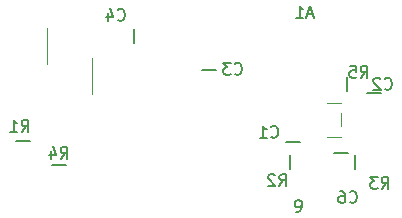
<source format=gbr>
G04 #@! TF.GenerationSoftware,KiCad,Pcbnew,5.1.5+dfsg1-2build2*
G04 #@! TF.CreationDate,2022-03-31T22:10:03+01:00*
G04 #@! TF.ProjectId,throwie,7468726f-7769-4652-9e6b-696361645f70,rev?*
G04 #@! TF.SameCoordinates,Original*
G04 #@! TF.FileFunction,Legend,Bot*
G04 #@! TF.FilePolarity,Positive*
%FSLAX46Y46*%
G04 Gerber Fmt 4.6, Leading zero omitted, Abs format (unit mm)*
G04 Created by KiCad (PCBNEW 5.1.5+dfsg1-2build2) date 2022-03-31 22:10:03*
%MOMM*%
%LPD*%
G04 APERTURE LIST*
%ADD10C,0.150000*%
%ADD11C,0.120000*%
%ADD12C,0.200000*%
G04 APERTURE END LIST*
D10*
X45737803Y-162692340D02*
X45928280Y-162692340D01*
X46023518Y-162644721D01*
X46071137Y-162597102D01*
X46166375Y-162454245D01*
X46213994Y-162263769D01*
X46213994Y-161882817D01*
X46166375Y-161787579D01*
X46118756Y-161739960D01*
X46023518Y-161692340D01*
X45833041Y-161692340D01*
X45737803Y-161739960D01*
X45690184Y-161787579D01*
X45642565Y-161882817D01*
X45642565Y-162120912D01*
X45690184Y-162216150D01*
X45737803Y-162263769D01*
X45833041Y-162311388D01*
X46023518Y-162311388D01*
X46118756Y-162263769D01*
X46166375Y-162216150D01*
X46213994Y-162120912D01*
D11*
X48377120Y-153434160D02*
X49577120Y-153434160D01*
X48377120Y-156334160D02*
X49577120Y-156334160D01*
X49577120Y-154334160D02*
X49577120Y-155434160D01*
D12*
X50076000Y-151292000D02*
X50076000Y-152492000D01*
X25054000Y-158712000D02*
X26254000Y-158712000D01*
X50762000Y-159096000D02*
X50762000Y-157896000D01*
X45198000Y-159096000D02*
X45198000Y-157896000D01*
X22006000Y-156704000D02*
X23206000Y-156704000D01*
D11*
X24622000Y-150156000D02*
X24622000Y-147156000D01*
X28432000Y-152696000D02*
X28432000Y-149696000D01*
D12*
X48930000Y-157696000D02*
X50130000Y-157696000D01*
X32042000Y-147228000D02*
X32042000Y-148428000D01*
X38954000Y-150660000D02*
X37754000Y-150660000D01*
X51724000Y-152640000D02*
X52924000Y-152640000D01*
X46066000Y-156756000D02*
X44866000Y-156756000D01*
D10*
X47196285Y-145962666D02*
X46720095Y-145962666D01*
X47291523Y-146248380D02*
X46958190Y-145248380D01*
X46624857Y-146248380D01*
X45767714Y-146248380D02*
X46339142Y-146248380D01*
X46053428Y-146248380D02*
X46053428Y-145248380D01*
X46148666Y-145391238D01*
X46243904Y-145486476D01*
X46339142Y-145534095D01*
X51220666Y-151328380D02*
X51554000Y-150852190D01*
X51792095Y-151328380D02*
X51792095Y-150328380D01*
X51411142Y-150328380D01*
X51315904Y-150376000D01*
X51268285Y-150423619D01*
X51220666Y-150518857D01*
X51220666Y-150661714D01*
X51268285Y-150756952D01*
X51315904Y-150804571D01*
X51411142Y-150852190D01*
X51792095Y-150852190D01*
X50315904Y-150328380D02*
X50792095Y-150328380D01*
X50839714Y-150804571D01*
X50792095Y-150756952D01*
X50696857Y-150709333D01*
X50458761Y-150709333D01*
X50363523Y-150756952D01*
X50315904Y-150804571D01*
X50268285Y-150899809D01*
X50268285Y-151137904D01*
X50315904Y-151233142D01*
X50363523Y-151280761D01*
X50458761Y-151328380D01*
X50696857Y-151328380D01*
X50792095Y-151280761D01*
X50839714Y-151233142D01*
X25820666Y-158186380D02*
X26154000Y-157710190D01*
X26392095Y-158186380D02*
X26392095Y-157186380D01*
X26011142Y-157186380D01*
X25915904Y-157234000D01*
X25868285Y-157281619D01*
X25820666Y-157376857D01*
X25820666Y-157519714D01*
X25868285Y-157614952D01*
X25915904Y-157662571D01*
X26011142Y-157710190D01*
X26392095Y-157710190D01*
X24963523Y-157519714D02*
X24963523Y-158186380D01*
X25201619Y-157138761D02*
X25439714Y-157853047D01*
X24820666Y-157853047D01*
X52998666Y-160726380D02*
X53332000Y-160250190D01*
X53570095Y-160726380D02*
X53570095Y-159726380D01*
X53189142Y-159726380D01*
X53093904Y-159774000D01*
X53046285Y-159821619D01*
X52998666Y-159916857D01*
X52998666Y-160059714D01*
X53046285Y-160154952D01*
X53093904Y-160202571D01*
X53189142Y-160250190D01*
X53570095Y-160250190D01*
X52665333Y-159726380D02*
X52046285Y-159726380D01*
X52379619Y-160107333D01*
X52236761Y-160107333D01*
X52141523Y-160154952D01*
X52093904Y-160202571D01*
X52046285Y-160297809D01*
X52046285Y-160535904D01*
X52093904Y-160631142D01*
X52141523Y-160678761D01*
X52236761Y-160726380D01*
X52522476Y-160726380D01*
X52617714Y-160678761D01*
X52665333Y-160631142D01*
X44337266Y-160507940D02*
X44670600Y-160031750D01*
X44908695Y-160507940D02*
X44908695Y-159507940D01*
X44527742Y-159507940D01*
X44432504Y-159555560D01*
X44384885Y-159603179D01*
X44337266Y-159698417D01*
X44337266Y-159841274D01*
X44384885Y-159936512D01*
X44432504Y-159984131D01*
X44527742Y-160031750D01*
X44908695Y-160031750D01*
X43956314Y-159603179D02*
X43908695Y-159555560D01*
X43813457Y-159507940D01*
X43575361Y-159507940D01*
X43480123Y-159555560D01*
X43432504Y-159603179D01*
X43384885Y-159698417D01*
X43384885Y-159793655D01*
X43432504Y-159936512D01*
X44003933Y-160507940D01*
X43384885Y-160507940D01*
X22518666Y-155900380D02*
X22852000Y-155424190D01*
X23090095Y-155900380D02*
X23090095Y-154900380D01*
X22709142Y-154900380D01*
X22613904Y-154948000D01*
X22566285Y-154995619D01*
X22518666Y-155090857D01*
X22518666Y-155233714D01*
X22566285Y-155328952D01*
X22613904Y-155376571D01*
X22709142Y-155424190D01*
X23090095Y-155424190D01*
X21566285Y-155900380D02*
X22137714Y-155900380D01*
X21852000Y-155900380D02*
X21852000Y-154900380D01*
X21947238Y-155043238D01*
X22042476Y-155138476D01*
X22137714Y-155186095D01*
X50280866Y-161830022D02*
X50328485Y-161877641D01*
X50471342Y-161925260D01*
X50566580Y-161925260D01*
X50709438Y-161877641D01*
X50804676Y-161782403D01*
X50852295Y-161687165D01*
X50899914Y-161496689D01*
X50899914Y-161353832D01*
X50852295Y-161163356D01*
X50804676Y-161068118D01*
X50709438Y-160972880D01*
X50566580Y-160925260D01*
X50471342Y-160925260D01*
X50328485Y-160972880D01*
X50280866Y-161020499D01*
X49423723Y-160925260D02*
X49614200Y-160925260D01*
X49709438Y-160972880D01*
X49757057Y-161020499D01*
X49852295Y-161163356D01*
X49899914Y-161353832D01*
X49899914Y-161734784D01*
X49852295Y-161830022D01*
X49804676Y-161877641D01*
X49709438Y-161925260D01*
X49518961Y-161925260D01*
X49423723Y-161877641D01*
X49376104Y-161830022D01*
X49328485Y-161734784D01*
X49328485Y-161496689D01*
X49376104Y-161401451D01*
X49423723Y-161353832D01*
X49518961Y-161306213D01*
X49709438Y-161306213D01*
X49804676Y-161353832D01*
X49852295Y-161401451D01*
X49899914Y-161496689D01*
X30646666Y-146407142D02*
X30694285Y-146454761D01*
X30837142Y-146502380D01*
X30932380Y-146502380D01*
X31075238Y-146454761D01*
X31170476Y-146359523D01*
X31218095Y-146264285D01*
X31265714Y-146073809D01*
X31265714Y-145930952D01*
X31218095Y-145740476D01*
X31170476Y-145645238D01*
X31075238Y-145550000D01*
X30932380Y-145502380D01*
X30837142Y-145502380D01*
X30694285Y-145550000D01*
X30646666Y-145597619D01*
X29789523Y-145835714D02*
X29789523Y-146502380D01*
X30027619Y-145454761D02*
X30265714Y-146169047D01*
X29646666Y-146169047D01*
X40552666Y-150979142D02*
X40600285Y-151026761D01*
X40743142Y-151074380D01*
X40838380Y-151074380D01*
X40981238Y-151026761D01*
X41076476Y-150931523D01*
X41124095Y-150836285D01*
X41171714Y-150645809D01*
X41171714Y-150502952D01*
X41124095Y-150312476D01*
X41076476Y-150217238D01*
X40981238Y-150122000D01*
X40838380Y-150074380D01*
X40743142Y-150074380D01*
X40600285Y-150122000D01*
X40552666Y-150169619D01*
X40219333Y-150074380D02*
X39600285Y-150074380D01*
X39933619Y-150455333D01*
X39790761Y-150455333D01*
X39695523Y-150502952D01*
X39647904Y-150550571D01*
X39600285Y-150645809D01*
X39600285Y-150883904D01*
X39647904Y-150979142D01*
X39695523Y-151026761D01*
X39790761Y-151074380D01*
X40076476Y-151074380D01*
X40171714Y-151026761D01*
X40219333Y-150979142D01*
X53252666Y-152249142D02*
X53300285Y-152296761D01*
X53443142Y-152344380D01*
X53538380Y-152344380D01*
X53681238Y-152296761D01*
X53776476Y-152201523D01*
X53824095Y-152106285D01*
X53871714Y-151915809D01*
X53871714Y-151772952D01*
X53824095Y-151582476D01*
X53776476Y-151487238D01*
X53681238Y-151392000D01*
X53538380Y-151344380D01*
X53443142Y-151344380D01*
X53300285Y-151392000D01*
X53252666Y-151439619D01*
X52871714Y-151439619D02*
X52824095Y-151392000D01*
X52728857Y-151344380D01*
X52490761Y-151344380D01*
X52395523Y-151392000D01*
X52347904Y-151439619D01*
X52300285Y-151534857D01*
X52300285Y-151630095D01*
X52347904Y-151772952D01*
X52919333Y-152344380D01*
X52300285Y-152344380D01*
X43632666Y-156313142D02*
X43680285Y-156360761D01*
X43823142Y-156408380D01*
X43918380Y-156408380D01*
X44061238Y-156360761D01*
X44156476Y-156265523D01*
X44204095Y-156170285D01*
X44251714Y-155979809D01*
X44251714Y-155836952D01*
X44204095Y-155646476D01*
X44156476Y-155551238D01*
X44061238Y-155456000D01*
X43918380Y-155408380D01*
X43823142Y-155408380D01*
X43680285Y-155456000D01*
X43632666Y-155503619D01*
X42680285Y-156408380D02*
X43251714Y-156408380D01*
X42966000Y-156408380D02*
X42966000Y-155408380D01*
X43061238Y-155551238D01*
X43156476Y-155646476D01*
X43251714Y-155694095D01*
M02*

</source>
